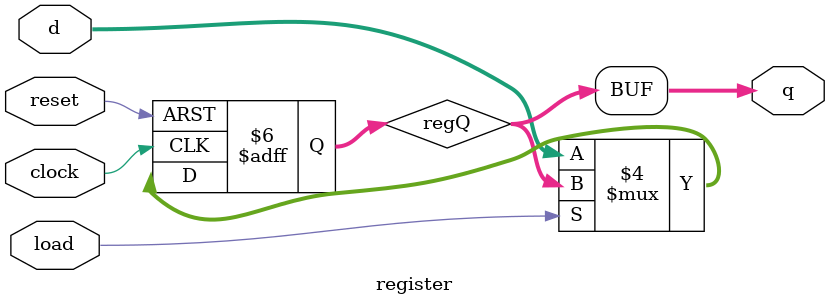
<source format=v>
module register(clock, reset, load, d, q);
   input        clock, reset, load;
   input [3:0] 	d;
   output [3:0] q;

   reg [3:0] 	regQ;
   assign 	q = regQ;

   always @ (posedge clock or negedge reset) begin
      if (!reset)
	regQ <= 4'h0;
      else if (~load)
	regQ <= d;
//    else
// 	regQ <= regQ;
   end
endmodule // register

</source>
